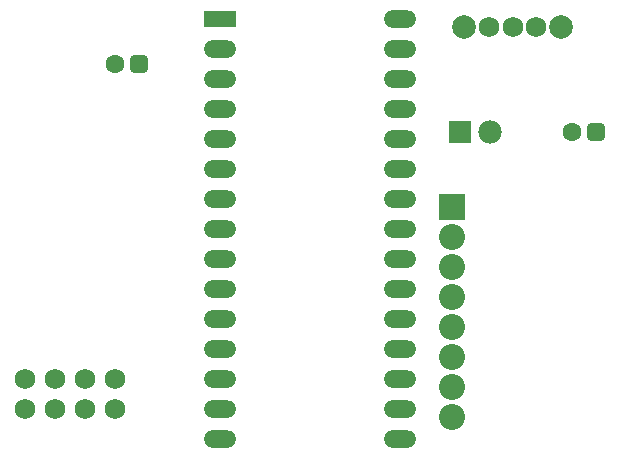
<source format=gbs>
G04 Layer_Color=8150272*
%FSLAX25Y25*%
%MOIN*%
G70*
G01*
G75*
G04:AMPARAMS|DCode=24|XSize=63.12mil|YSize=63.12mil|CornerRadius=20.54mil|HoleSize=0mil|Usage=FLASHONLY|Rotation=0.000|XOffset=0mil|YOffset=0mil|HoleType=Round|Shape=RoundedRectangle|*
%AMROUNDEDRECTD24*
21,1,0.06312,0.02205,0,0,0.0*
21,1,0.02205,0.06312,0,0,0.0*
1,1,0.04107,0.01102,-0.01102*
1,1,0.04107,-0.01102,-0.01102*
1,1,0.04107,-0.01102,0.01102*
1,1,0.04107,0.01102,0.01102*
%
%ADD24ROUNDEDRECTD24*%
%ADD25C,0.06312*%
%ADD26C,0.07800*%
%ADD27R,0.07800X0.07800*%
%ADD28C,0.06800*%
%ADD29O,0.10800X0.05800*%
%ADD30R,0.10800X0.05800*%
%ADD31R,0.08674X0.08674*%
%ADD32C,0.08674*%
%ADD33C,0.07887*%
D24*
X325374Y372500D02*
D03*
X172874Y395000D02*
D03*
D25*
X317500Y372500D02*
D03*
X165000Y395000D02*
D03*
D26*
X290000Y372500D02*
D03*
D27*
X280000D02*
D03*
D28*
X135000Y290000D02*
D03*
Y280000D02*
D03*
X145000Y290000D02*
D03*
Y280000D02*
D03*
X155000Y290000D02*
D03*
Y280000D02*
D03*
X165000Y290000D02*
D03*
Y280000D02*
D03*
X305450Y407500D02*
D03*
X297550D02*
D03*
X289650D02*
D03*
D29*
X260000Y270000D02*
D03*
Y280000D02*
D03*
Y290000D02*
D03*
Y300000D02*
D03*
Y310000D02*
D03*
Y320000D02*
D03*
Y330000D02*
D03*
Y340000D02*
D03*
Y350000D02*
D03*
Y360000D02*
D03*
Y370000D02*
D03*
Y380000D02*
D03*
Y390000D02*
D03*
Y400000D02*
D03*
Y410000D02*
D03*
X200000Y270000D02*
D03*
Y280000D02*
D03*
Y290000D02*
D03*
Y300000D02*
D03*
Y310000D02*
D03*
Y320000D02*
D03*
Y330000D02*
D03*
Y340000D02*
D03*
Y350000D02*
D03*
Y360000D02*
D03*
Y370000D02*
D03*
Y380000D02*
D03*
Y390000D02*
D03*
Y400000D02*
D03*
D30*
Y410000D02*
D03*
D31*
X277500Y347500D02*
D03*
D32*
Y337500D02*
D03*
Y327500D02*
D03*
Y317500D02*
D03*
Y307500D02*
D03*
Y297500D02*
D03*
Y287500D02*
D03*
Y277500D02*
D03*
D33*
X313650Y407500D02*
D03*
X281350D02*
D03*
M02*

</source>
